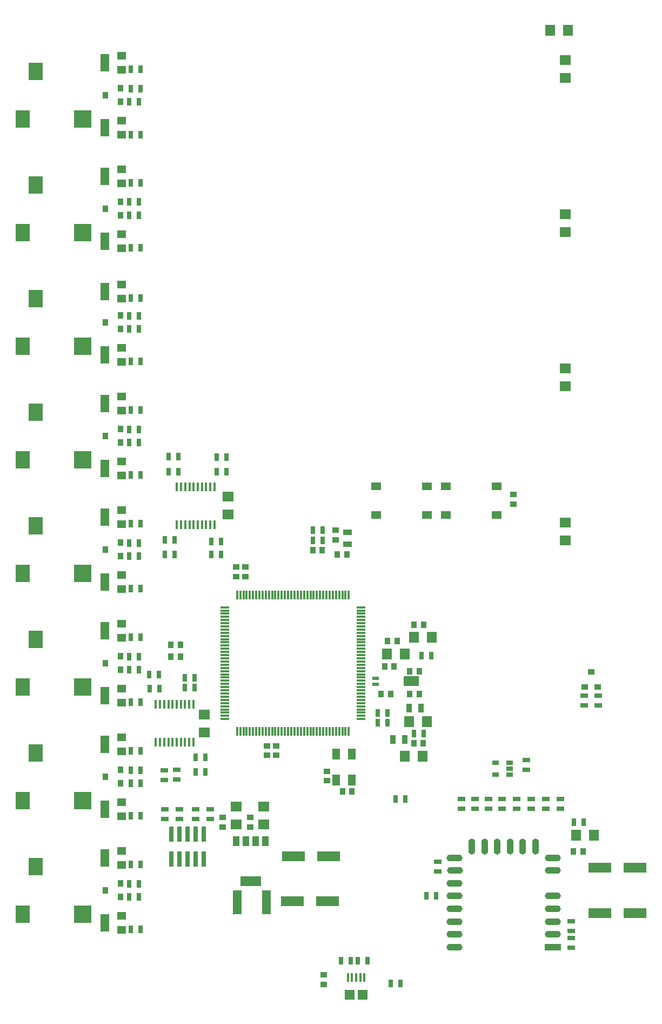
<source format=gtp>
G04 #@! TF.GenerationSoftware,KiCad,Pcbnew,(5.0.1)-4*
G04 #@! TF.CreationDate,2019-01-15T19:26:54-05:00*
G04 #@! TF.ProjectId,CA6,4341362E6B696361645F706362000000,rev?*
G04 #@! TF.SameCoordinates,Original*
G04 #@! TF.FileFunction,Paste,Top*
G04 #@! TF.FilePolarity,Positive*
%FSLAX46Y46*%
G04 Gerber Fmt 4.6, Leading zero omitted, Abs format (unit mm)*
G04 Created by KiCad (PCBNEW (5.0.1)-4) date 1/15/2019 7:26:54 PM*
%MOMM*%
%LPD*%
G01*
G04 APERTURE LIST*
%ADD10R,1.550000X1.300000*%
%ADD11R,0.635000X1.143000*%
%ADD12R,2.500000X1.100000*%
%ADD13O,2.500000X1.100000*%
%ADD14O,1.100000X2.500000*%
%ADD15R,1.060000X0.650000*%
%ADD16R,0.300000X1.450000*%
%ADD17R,1.450000X0.300000*%
%ADD18R,2.400000X1.500000*%
%ADD19R,1.100000X0.600000*%
%ADD20R,1.193800X1.803400*%
%ADD21R,3.300000X1.500000*%
%ADD22R,1.000000X1.500000*%
%ADD23R,1.143000X0.635000*%
%ADD24R,1.400000X1.200000*%
%ADD25R,1.400000X2.800000*%
%ADD26R,0.760000X2.400000*%
%ADD27R,1.500000X1.550000*%
%ADD28R,0.400000X1.350000*%
%ADD29R,0.889000X1.397000*%
%ADD30R,1.397000X0.889000*%
%ADD31R,1.397000X3.810000*%
%ADD32R,1.000000X0.900000*%
%ADD33R,2.209800X2.794000*%
%ADD34R,2.794000X2.794000*%
%ADD35R,1.600200X1.803400*%
%ADD36R,0.899200X1.000800*%
%ADD37R,1.000800X0.899200*%
%ADD38R,1.803400X1.600200*%
%ADD39R,3.599200X1.600200*%
%ADD40R,0.450000X1.450000*%
%ADD41R,0.900000X1.000000*%
G04 APERTURE END LIST*
D10*
G04 #@! TO.C,SW3*
X94064000Y-111470000D03*
X94064000Y-106970000D03*
X102024000Y-106970000D03*
X102024000Y-111470000D03*
G04 #@! TD*
D11*
G04 #@! TO.C,R26*
X83400900Y-142417800D03*
X84924900Y-142417800D03*
G04 #@! TD*
G04 #@! TO.C,R27*
X83413600Y-143979900D03*
X84937600Y-143979900D03*
G04 #@! TD*
D12*
G04 #@! TO.C,U4*
X110809000Y-179070000D03*
D13*
X110809000Y-177070000D03*
X110809000Y-175070000D03*
X110809000Y-173070000D03*
X110809000Y-171070000D03*
X110809000Y-167070000D03*
X110809000Y-165070000D03*
X95409000Y-165070000D03*
X95509000Y-167070000D03*
X95409000Y-169070000D03*
X95409000Y-171070000D03*
X95409000Y-173070000D03*
X95409000Y-175070000D03*
X95409000Y-177070000D03*
X95409000Y-179070000D03*
D14*
X108119000Y-163370000D03*
X106119000Y-163370000D03*
X104119000Y-163370000D03*
X102119000Y-163370000D03*
X100119000Y-163370000D03*
X98119000Y-163370000D03*
G04 #@! TD*
D15*
G04 #@! TO.C,U3*
X104060000Y-152070000D03*
X104060000Y-151120000D03*
X104060000Y-150170000D03*
X101860000Y-150170000D03*
X101860000Y-152070000D03*
G04 #@! TD*
D16*
G04 #@! TO.C,U16*
X61353700Y-145320000D03*
X61861700Y-145320000D03*
X62357000Y-145320000D03*
X62852300Y-145320000D03*
X63360300Y-145320000D03*
X63855600Y-145320000D03*
X64350900Y-145320000D03*
X64858900Y-145320000D03*
X65354200Y-145320000D03*
X65849500Y-145320000D03*
X66357500Y-145320000D03*
X66852800Y-145320000D03*
X67348100Y-145320000D03*
X67856100Y-145320000D03*
X68351400Y-145320000D03*
X68846700Y-145320000D03*
X69354700Y-145320000D03*
X69850000Y-145320000D03*
X70358000Y-145320000D03*
X70853300Y-145320000D03*
X71361300Y-145320000D03*
X71856600Y-145320000D03*
X72351900Y-145320000D03*
X72859900Y-145320000D03*
X73355200Y-145320000D03*
X73850500Y-145320000D03*
X74358500Y-145320000D03*
X74853800Y-145320000D03*
X75349100Y-145320000D03*
X75857100Y-145320000D03*
X76352400Y-145320000D03*
X76847700Y-145320000D03*
X77355700Y-145320000D03*
X77851000Y-145320000D03*
X78346300Y-145320000D03*
X78854300Y-145320000D03*
D17*
X80804000Y-128866900D03*
X80804000Y-128371600D03*
X80804000Y-127876300D03*
X80804000Y-127368300D03*
X80804000Y-126873000D03*
X80804000Y-126377700D03*
X80804000Y-125869700D03*
X59404000Y-128371600D03*
X59404000Y-128866900D03*
X59404000Y-129374900D03*
X59404000Y-129870200D03*
X59404000Y-130365500D03*
X59404000Y-130873500D03*
X59404000Y-131368800D03*
X59404000Y-131864100D03*
X59404000Y-132372100D03*
X59404000Y-132867400D03*
X59404000Y-133362700D03*
X59404000Y-133870700D03*
X59404000Y-134366000D03*
X59404000Y-134874000D03*
X59404000Y-135369300D03*
X59404000Y-135877300D03*
X59404000Y-136372600D03*
X59404000Y-136867900D03*
X59404000Y-137375900D03*
X59404000Y-137871200D03*
X59404000Y-138366500D03*
X59404000Y-138874500D03*
X59404000Y-139369800D03*
X59404000Y-139865100D03*
X59404000Y-140373100D03*
X59404000Y-140868400D03*
X59404000Y-141363700D03*
X59404000Y-141871700D03*
X59404000Y-142367000D03*
X59404000Y-142862300D03*
X59404000Y-143370300D03*
X80804000Y-143370300D03*
X80804000Y-142862300D03*
X80804000Y-142367000D03*
X80804000Y-141871700D03*
X80804000Y-141363700D03*
X80804000Y-140868400D03*
X80804000Y-140373100D03*
X80804000Y-139865100D03*
X80804000Y-139369800D03*
X80804000Y-138874500D03*
X80804000Y-138366500D03*
X80804000Y-137871200D03*
X80804000Y-137375900D03*
X80804000Y-136867900D03*
X80804000Y-136372600D03*
X80804000Y-135877300D03*
X80804000Y-135369300D03*
X80804000Y-134874000D03*
X80804000Y-134366000D03*
X80804000Y-133870700D03*
X80804000Y-133362700D03*
X80804000Y-132867400D03*
X80804000Y-132372100D03*
X80804000Y-131864100D03*
X80804000Y-131368800D03*
X80804000Y-130873500D03*
X80804000Y-130365500D03*
X80804000Y-129870200D03*
X80804000Y-129374900D03*
D16*
X76352400Y-123920000D03*
X75857100Y-123920000D03*
X75349100Y-123920000D03*
X74853800Y-123920000D03*
X74358500Y-123920000D03*
X73850500Y-123920000D03*
X73355200Y-123920000D03*
X72859900Y-123920000D03*
X72351900Y-123920000D03*
X71856600Y-123920000D03*
X71361300Y-123920000D03*
X70853300Y-123920000D03*
X70358000Y-123920000D03*
X69850000Y-123920000D03*
X69354700Y-123920000D03*
X68846700Y-123920000D03*
X68351400Y-123920000D03*
X67856100Y-123920000D03*
X67348100Y-123920000D03*
X66852800Y-123920000D03*
X66357500Y-123920000D03*
X65849500Y-123920000D03*
X65354200Y-123920000D03*
X64858900Y-123920000D03*
X64350900Y-123920000D03*
X63855600Y-123920000D03*
X63360300Y-123920000D03*
X62852300Y-123920000D03*
X62357000Y-123920000D03*
X61861700Y-123920000D03*
X61353700Y-123920000D03*
X78854300Y-123920000D03*
X78346300Y-123920000D03*
X77851000Y-123920000D03*
X77355700Y-123920000D03*
X76847700Y-123920000D03*
D17*
X59404000Y-125869700D03*
X59404000Y-126377700D03*
X59404000Y-126873000D03*
X59404000Y-127368300D03*
X59404000Y-127876300D03*
G04 #@! TD*
D11*
G04 #@! TO.C,VR2*
X79121000Y-181229000D03*
X77597000Y-181229000D03*
G04 #@! TD*
G04 #@! TO.C,VR1*
X80264000Y-181229000D03*
X81788000Y-181229000D03*
G04 #@! TD*
G04 #@! TO.C,R8*
X54864000Y-151638000D03*
X56388000Y-151638000D03*
G04 #@! TD*
G04 #@! TO.C,R7*
X53208000Y-136920000D03*
X54732000Y-136920000D03*
G04 #@! TD*
G04 #@! TO.C,R6*
X57338000Y-117580000D03*
X58862000Y-117580000D03*
G04 #@! TD*
G04 #@! TO.C,R5*
X58166000Y-102362000D03*
X59690000Y-102362000D03*
G04 #@! TD*
G04 #@! TO.C,R4*
X54864000Y-149352000D03*
X56388000Y-149352000D03*
G04 #@! TD*
G04 #@! TO.C,R3*
X53208000Y-138480000D03*
X54732000Y-138480000D03*
G04 #@! TD*
G04 #@! TO.C,R2*
X57328000Y-115570000D03*
X58852000Y-115570000D03*
G04 #@! TD*
G04 #@! TO.C,R1*
X58166000Y-104648000D03*
X59690000Y-104648000D03*
G04 #@! TD*
D18*
G04 #@! TO.C,X8*
X88610000Y-137450000D03*
D19*
X83060000Y-137900000D03*
X83060000Y-137000000D03*
G04 #@! TD*
D20*
G04 #@! TO.C,X7*
X76911200Y-148844000D03*
X76911200Y-152908000D03*
X79298800Y-152908000D03*
X79298800Y-148844000D03*
G04 #@! TD*
D11*
G04 #@! TO.C,VR3*
X85407500Y-184746900D03*
X86931500Y-184746900D03*
G04 #@! TD*
D21*
G04 #@! TO.C,U12*
X63500000Y-168758000D03*
D22*
X65750000Y-162458000D03*
X64250000Y-162458000D03*
X62750000Y-162458000D03*
X61250000Y-162458000D03*
G04 #@! TD*
D23*
G04 #@! TO.C,R30*
X115760500Y-141224000D03*
X115760500Y-139700000D03*
G04 #@! TD*
D11*
G04 #@! TO.C,R29*
X74732000Y-113830000D03*
X73208000Y-113830000D03*
G04 #@! TD*
G04 #@! TO.C,R28*
X89027000Y-145669000D03*
X90551000Y-145669000D03*
G04 #@! TD*
G04 #@! TO.C,R25*
X91744800Y-133477000D03*
X90220800Y-133477000D03*
G04 #@! TD*
D23*
G04 #@! TO.C,R22*
X117919500Y-141224000D03*
X117919500Y-139700000D03*
G04 #@! TD*
D11*
G04 #@! TO.C,R21*
X74752000Y-115400000D03*
X73228000Y-115400000D03*
G04 #@! TD*
D23*
G04 #@! TO.C,R20*
X57150000Y-157480000D03*
X57150000Y-159004000D03*
G04 #@! TD*
G04 #@! TO.C,R19*
X54864000Y-157480000D03*
X54864000Y-159004000D03*
G04 #@! TD*
G04 #@! TO.C,R18*
X52324000Y-157480000D03*
X52324000Y-159004000D03*
G04 #@! TD*
G04 #@! TO.C,R17*
X50038000Y-157480000D03*
X50038000Y-159004000D03*
G04 #@! TD*
D24*
G04 #@! TO.C,Q16*
X43240000Y-166200000D03*
X43240000Y-164000000D03*
D25*
X40640000Y-165100000D03*
G04 #@! TD*
D24*
G04 #@! TO.C,Q15*
X43240000Y-148420000D03*
X43240000Y-146220000D03*
D25*
X40640000Y-147320000D03*
G04 #@! TD*
D24*
G04 #@! TO.C,Q14*
X43240000Y-130640000D03*
X43240000Y-128440000D03*
D25*
X40640000Y-129540000D03*
G04 #@! TD*
D24*
G04 #@! TO.C,Q13*
X43240000Y-112860000D03*
X43240000Y-110660000D03*
D25*
X40640000Y-111760000D03*
G04 #@! TD*
D24*
G04 #@! TO.C,Q12*
X43240000Y-95080000D03*
X43240000Y-92880000D03*
D25*
X40640000Y-93980000D03*
G04 #@! TD*
D24*
G04 #@! TO.C,Q11*
X43240000Y-77554000D03*
X43240000Y-75354000D03*
D25*
X40640000Y-76454000D03*
G04 #@! TD*
D24*
G04 #@! TO.C,Q10*
X43240000Y-59520000D03*
X43240000Y-57320000D03*
D25*
X40640000Y-58420000D03*
G04 #@! TD*
D24*
G04 #@! TO.C,Q9*
X43240000Y-41740000D03*
X43240000Y-39540000D03*
D25*
X40640000Y-40640000D03*
G04 #@! TD*
D24*
G04 #@! TO.C,Q8*
X43240000Y-176360000D03*
X43240000Y-174160000D03*
D25*
X40640000Y-175260000D03*
G04 #@! TD*
D24*
G04 #@! TO.C,Q7*
X43240000Y-158580000D03*
X43240000Y-156380000D03*
D25*
X40640000Y-157480000D03*
G04 #@! TD*
D24*
G04 #@! TO.C,Q6*
X43240000Y-140800000D03*
X43240000Y-138600000D03*
D25*
X40640000Y-139700000D03*
G04 #@! TD*
D24*
G04 #@! TO.C,Q5*
X43240000Y-123020000D03*
X43240000Y-120820000D03*
D25*
X40640000Y-121920000D03*
G04 #@! TD*
D24*
G04 #@! TO.C,Q4*
X43240000Y-105240000D03*
X43240000Y-103040000D03*
D25*
X40640000Y-104140000D03*
G04 #@! TD*
D24*
G04 #@! TO.C,Q3*
X43240000Y-87460000D03*
X43240000Y-85260000D03*
D25*
X40640000Y-86360000D03*
G04 #@! TD*
D24*
G04 #@! TO.C,Q2*
X43240000Y-69680000D03*
X43240000Y-67480000D03*
D25*
X40640000Y-68580000D03*
G04 #@! TD*
D24*
G04 #@! TO.C,Q1*
X43240000Y-51900000D03*
X43240000Y-49700000D03*
D25*
X40640000Y-50800000D03*
G04 #@! TD*
D26*
G04 #@! TO.C,P1*
X51054000Y-165272000D03*
X51054000Y-161372000D03*
X52324000Y-165272000D03*
X52324000Y-161372000D03*
X53594000Y-165272000D03*
X53594000Y-161372000D03*
X54864000Y-165272000D03*
X54864000Y-161372000D03*
X56134000Y-165272000D03*
X56134000Y-161372000D03*
G04 #@! TD*
D27*
G04 #@! TO.C,J1*
X81010000Y-186510000D03*
X79010000Y-186510000D03*
D28*
X79360000Y-183835000D03*
X78710000Y-183835000D03*
X80010000Y-183835000D03*
X80660000Y-183835000D03*
X81310000Y-183835000D03*
G04 #@! TD*
D29*
G04 #@! TO.C,FB3*
X88265000Y-141668500D03*
X90170000Y-141668500D03*
G04 #@! TD*
G04 #@! TO.C,FB2*
X87655400Y-146608800D03*
X85750400Y-146608800D03*
G04 #@! TD*
D30*
G04 #@! TO.C,FB1*
X78650000Y-116032500D03*
X78650000Y-114127500D03*
G04 #@! TD*
D31*
G04 #@! TO.C,F1*
X65916000Y-172020000D03*
X61344000Y-172020000D03*
G04 #@! TD*
D32*
G04 #@! TO.C,D1*
X115790000Y-138360000D03*
X117890000Y-138360000D03*
X116840000Y-135960000D03*
G04 #@! TD*
D33*
G04 #@! TO.C,CAM7*
X29794200Y-166471600D03*
D34*
X37185600Y-173888400D03*
D33*
X27787600Y-173888400D03*
G04 #@! TD*
G04 #@! TO.C,CAM6*
X29794200Y-148691600D03*
D34*
X37185600Y-156108400D03*
D33*
X27787600Y-156108400D03*
G04 #@! TD*
G04 #@! TO.C,CAM5*
X29794200Y-130911600D03*
D34*
X37185600Y-138328400D03*
D33*
X27787600Y-138328400D03*
G04 #@! TD*
G04 #@! TO.C,CAM4*
X29794200Y-113131600D03*
D34*
X37185600Y-120548400D03*
D33*
X27787600Y-120548400D03*
G04 #@! TD*
G04 #@! TO.C,CAM3*
X29794200Y-95351600D03*
D34*
X37185600Y-102768400D03*
D33*
X27787600Y-102768400D03*
G04 #@! TD*
G04 #@! TO.C,CAM2*
X29794200Y-77571600D03*
D34*
X37185600Y-84988400D03*
D33*
X27787600Y-84988400D03*
G04 #@! TD*
G04 #@! TO.C,CAM1*
X29794200Y-59791600D03*
D34*
X37185600Y-67208400D03*
D33*
X27787600Y-67208400D03*
G04 #@! TD*
G04 #@! TO.C,CAM0*
X29794200Y-42011600D03*
D34*
X37185600Y-49428400D03*
D33*
X27787600Y-49428400D03*
G04 #@! TD*
D35*
G04 #@! TO.C,C42*
X88265000Y-143764000D03*
X91059000Y-143764000D03*
G04 #@! TD*
D36*
G04 #@! TO.C,C41*
X85391800Y-139480000D03*
X83888200Y-139480000D03*
G04 #@! TD*
G04 #@! TO.C,C40*
X86401800Y-131190000D03*
X84898200Y-131190000D03*
G04 #@! TD*
D37*
G04 #@! TO.C,C39*
X62670000Y-121091800D03*
X62670000Y-119588200D03*
G04 #@! TD*
D36*
G04 #@! TO.C,C38*
X52501800Y-131723000D03*
X50998200Y-131723000D03*
G04 #@! TD*
D38*
G04 #@! TO.C,C37*
X112776000Y-91313000D03*
X112776000Y-88519000D03*
G04 #@! TD*
D35*
G04 #@! TO.C,C33*
X113157000Y-35560000D03*
X110363000Y-35560000D03*
G04 #@! TD*
D38*
G04 #@! TO.C,C32*
X112776000Y-67183000D03*
X112776000Y-64389000D03*
G04 #@! TD*
G04 #@! TO.C,C31*
X112776000Y-115443000D03*
X112776000Y-112649000D03*
G04 #@! TD*
G04 #@! TO.C,C30*
X112776000Y-43053000D03*
X112776000Y-40259000D03*
G04 #@! TD*
D37*
G04 #@! TO.C,C29*
X104648000Y-108204000D03*
X104648000Y-109707600D03*
G04 #@! TD*
D35*
G04 #@! TO.C,C28*
X87655400Y-149225000D03*
X90449400Y-149225000D03*
G04 #@! TD*
D36*
G04 #@! TO.C,C25*
X89905800Y-139446000D03*
X88402200Y-139446000D03*
G04 #@! TD*
G04 #@! TO.C,C24*
X89905800Y-135890000D03*
X88402200Y-135890000D03*
G04 #@! TD*
D37*
G04 #@! TO.C,C22*
X66030000Y-149051800D03*
X66030000Y-147548200D03*
G04 #@! TD*
D36*
G04 #@! TO.C,C21*
X84465200Y-135128000D03*
X85968800Y-135128000D03*
G04 #@! TD*
G04 #@! TO.C,C20*
X89037200Y-147193000D03*
X90540800Y-147193000D03*
G04 #@! TD*
G04 #@! TO.C,C19*
X90611800Y-128650000D03*
X89108200Y-128650000D03*
G04 #@! TD*
G04 #@! TO.C,C17*
X79364800Y-154686000D03*
X77861200Y-154686000D03*
G04 #@! TD*
G04 #@! TO.C,C15*
X78551800Y-117570000D03*
X77048200Y-117570000D03*
G04 #@! TD*
D37*
G04 #@! TO.C,C14*
X75438000Y-151521200D03*
X75438000Y-153024800D03*
G04 #@! TD*
G04 #@! TO.C,C13*
X76760000Y-113808200D03*
X76760000Y-115311800D03*
G04 #@! TD*
D36*
G04 #@! TO.C,C12*
X73208200Y-116920000D03*
X74711800Y-116920000D03*
G04 #@! TD*
D37*
G04 #@! TO.C,C11*
X67490000Y-147548200D03*
X67490000Y-149051800D03*
G04 #@! TD*
D38*
G04 #@! TO.C,C9*
X61214000Y-159893000D03*
X61214000Y-157099000D03*
G04 #@! TD*
D37*
G04 #@! TO.C,C8*
X61200000Y-119578200D03*
X61200000Y-121081800D03*
G04 #@! TD*
D39*
G04 #@! TO.C,C7*
X70059200Y-171870000D03*
X75560800Y-171870000D03*
G04 #@! TD*
G04 #@! TO.C,C6*
X70147200Y-164846000D03*
X75648800Y-164846000D03*
G04 #@! TD*
D38*
G04 #@! TO.C,C5*
X65532000Y-159893000D03*
X65532000Y-157099000D03*
G04 #@! TD*
D37*
G04 #@! TO.C,C4*
X74930000Y-183398200D03*
X74930000Y-184901800D03*
G04 #@! TD*
D36*
G04 #@! TO.C,C3*
X52501800Y-133628000D03*
X50998200Y-133628000D03*
G04 #@! TD*
D35*
G04 #@! TO.C,C2*
X91821000Y-130556000D03*
X89027000Y-130556000D03*
G04 #@! TD*
G04 #@! TO.C,C1*
X87617300Y-133147000D03*
X84823300Y-133147000D03*
G04 #@! TD*
D38*
G04 #@! TO.C,C16*
X59944000Y-111379000D03*
X59944000Y-108585000D03*
G04 #@! TD*
G04 #@! TO.C,C18*
X56240000Y-145457000D03*
X56240000Y-142663000D03*
G04 #@! TD*
D11*
G04 #@! TO.C,R9*
X52132000Y-102310000D03*
X50608000Y-102310000D03*
G04 #@! TD*
G04 #@! TO.C,R10*
X51562000Y-117602000D03*
X50038000Y-117602000D03*
G04 #@! TD*
G04 #@! TO.C,R11*
X49142000Y-136370000D03*
X47618000Y-136370000D03*
G04 #@! TD*
D23*
G04 #@! TO.C,R12*
X51940000Y-151348000D03*
X51940000Y-152872000D03*
G04 #@! TD*
D11*
G04 #@! TO.C,R13*
X52122000Y-104650000D03*
X50598000Y-104650000D03*
G04 #@! TD*
G04 #@! TO.C,R14*
X51562000Y-115316000D03*
X50038000Y-115316000D03*
G04 #@! TD*
G04 #@! TO.C,R15*
X49182000Y-138640000D03*
X47658000Y-138640000D03*
G04 #@! TD*
D23*
G04 #@! TO.C,R16*
X49980000Y-151368000D03*
X49980000Y-152892000D03*
G04 #@! TD*
D11*
G04 #@! TO.C,R23*
X44450000Y-46736000D03*
X45974000Y-46736000D03*
G04 #@! TD*
G04 #@! TO.C,R24*
X44718000Y-44700000D03*
X46242000Y-44700000D03*
G04 #@! TD*
G04 #@! TO.C,R31*
X44728000Y-51900000D03*
X46252000Y-51900000D03*
G04 #@! TD*
G04 #@! TO.C,R32*
X44704000Y-41656000D03*
X46228000Y-41656000D03*
G04 #@! TD*
G04 #@! TO.C,R33*
X44448000Y-64530000D03*
X45972000Y-64530000D03*
G04 #@! TD*
G04 #@! TO.C,R34*
X44438000Y-62440000D03*
X45962000Y-62440000D03*
G04 #@! TD*
G04 #@! TO.C,R35*
X44704000Y-69596000D03*
X46228000Y-69596000D03*
G04 #@! TD*
G04 #@! TO.C,R36*
X44704000Y-59436000D03*
X46228000Y-59436000D03*
G04 #@! TD*
G04 #@! TO.C,R37*
X44450000Y-82296000D03*
X45974000Y-82296000D03*
G04 #@! TD*
G04 #@! TO.C,R38*
X44450000Y-80264000D03*
X45974000Y-80264000D03*
G04 #@! TD*
G04 #@! TO.C,R39*
X44704000Y-87376000D03*
X46228000Y-87376000D03*
G04 #@! TD*
G04 #@! TO.C,R40*
X44704000Y-77470000D03*
X46228000Y-77470000D03*
G04 #@! TD*
G04 #@! TO.C,R41*
X44450000Y-100076000D03*
X45974000Y-100076000D03*
G04 #@! TD*
G04 #@! TO.C,R42*
X44450000Y-98044000D03*
X45974000Y-98044000D03*
G04 #@! TD*
G04 #@! TO.C,R43*
X44704000Y-105156000D03*
X46228000Y-105156000D03*
G04 #@! TD*
G04 #@! TO.C,R44*
X44704000Y-94996000D03*
X46228000Y-94996000D03*
G04 #@! TD*
G04 #@! TO.C,R45*
X44450000Y-117856000D03*
X45974000Y-117856000D03*
G04 #@! TD*
G04 #@! TO.C,R46*
X44450000Y-115824000D03*
X45974000Y-115824000D03*
G04 #@! TD*
G04 #@! TO.C,R47*
X44704000Y-122936000D03*
X46228000Y-122936000D03*
G04 #@! TD*
G04 #@! TO.C,R48*
X44704000Y-112776000D03*
X46228000Y-112776000D03*
G04 #@! TD*
G04 #@! TO.C,R49*
X44450000Y-135636000D03*
X45974000Y-135636000D03*
G04 #@! TD*
G04 #@! TO.C,R50*
X44450000Y-133604000D03*
X45974000Y-133604000D03*
G04 #@! TD*
G04 #@! TO.C,R51*
X44704000Y-140716000D03*
X46228000Y-140716000D03*
G04 #@! TD*
G04 #@! TO.C,R52*
X44704000Y-130556000D03*
X46228000Y-130556000D03*
G04 #@! TD*
G04 #@! TO.C,R53*
X44704000Y-153416000D03*
X46228000Y-153416000D03*
G04 #@! TD*
G04 #@! TO.C,R54*
X44704000Y-151384000D03*
X46228000Y-151384000D03*
G04 #@! TD*
G04 #@! TO.C,R55*
X44704000Y-158496000D03*
X46228000Y-158496000D03*
G04 #@! TD*
G04 #@! TO.C,R56*
X44704000Y-148336000D03*
X46228000Y-148336000D03*
G04 #@! TD*
G04 #@! TO.C,R57*
X44450000Y-171196000D03*
X45974000Y-171196000D03*
G04 #@! TD*
G04 #@! TO.C,R58*
X44450000Y-169164000D03*
X45974000Y-169164000D03*
G04 #@! TD*
G04 #@! TO.C,R59*
X44704000Y-176276000D03*
X46228000Y-176276000D03*
G04 #@! TD*
G04 #@! TO.C,R60*
X44704000Y-166116000D03*
X46228000Y-166116000D03*
G04 #@! TD*
D40*
G04 #@! TO.C,U1*
X57789000Y-107032000D03*
X57139000Y-107032000D03*
X56489000Y-107032000D03*
X55839000Y-107032000D03*
X55189000Y-107032000D03*
X54539000Y-107032000D03*
X53889000Y-107032000D03*
X53239000Y-107032000D03*
X52589000Y-107032000D03*
X51939000Y-107032000D03*
X51939000Y-112932000D03*
X52589000Y-112932000D03*
X53239000Y-112932000D03*
X53889000Y-112932000D03*
X54539000Y-112932000D03*
X55189000Y-112932000D03*
X55839000Y-112932000D03*
X56489000Y-112932000D03*
X57139000Y-112932000D03*
X57789000Y-112932000D03*
G04 #@! TD*
G04 #@! TO.C,U2*
X54487000Y-141068000D03*
X53837000Y-141068000D03*
X53187000Y-141068000D03*
X52537000Y-141068000D03*
X51887000Y-141068000D03*
X51237000Y-141068000D03*
X50587000Y-141068000D03*
X49937000Y-141068000D03*
X49287000Y-141068000D03*
X48637000Y-141068000D03*
X48637000Y-146968000D03*
X49287000Y-146968000D03*
X49937000Y-146968000D03*
X50587000Y-146968000D03*
X51237000Y-146968000D03*
X51887000Y-146968000D03*
X52537000Y-146968000D03*
X53187000Y-146968000D03*
X53837000Y-146968000D03*
X54487000Y-146968000D03*
G04 #@! TD*
D41*
G04 #@! TO.C,D2*
X43110000Y-46770000D03*
X43110000Y-44670000D03*
X40710000Y-45720000D03*
G04 #@! TD*
G04 #@! TO.C,D3*
X43110000Y-64550000D03*
X43110000Y-62450000D03*
X40710000Y-63500000D03*
G04 #@! TD*
G04 #@! TO.C,D4*
X43110000Y-82330000D03*
X43110000Y-80230000D03*
X40710000Y-81280000D03*
G04 #@! TD*
G04 #@! TO.C,D5*
X43110000Y-100110000D03*
X43110000Y-98010000D03*
X40710000Y-99060000D03*
G04 #@! TD*
G04 #@! TO.C,D6*
X43110000Y-117890000D03*
X43110000Y-115790000D03*
X40710000Y-116840000D03*
G04 #@! TD*
G04 #@! TO.C,D7*
X43110000Y-135670000D03*
X43110000Y-133570000D03*
X40710000Y-134620000D03*
G04 #@! TD*
G04 #@! TO.C,D8*
X43110000Y-153450000D03*
X43110000Y-151350000D03*
X40710000Y-152400000D03*
G04 #@! TD*
G04 #@! TO.C,D9*
X43110000Y-171230000D03*
X43110000Y-169130000D03*
X40710000Y-170180000D03*
G04 #@! TD*
D39*
G04 #@! TO.C,C26*
X118153200Y-173736000D03*
X123654800Y-173736000D03*
G04 #@! TD*
D35*
G04 #@! TO.C,C27*
X114427000Y-161544000D03*
X117221000Y-161544000D03*
G04 #@! TD*
D11*
G04 #@! TO.C,R61*
X114098000Y-159480000D03*
X115622000Y-159480000D03*
G04 #@! TD*
G04 #@! TO.C,R62*
X90998000Y-171060000D03*
X92522000Y-171060000D03*
G04 #@! TD*
D23*
G04 #@! TO.C,R63*
X92780000Y-165718000D03*
X92780000Y-167242000D03*
G04 #@! TD*
G04 #@! TO.C,R64*
X113690000Y-175018000D03*
X113690000Y-176542000D03*
G04 #@! TD*
G04 #@! TO.C,R65*
X113690000Y-179132000D03*
X113690000Y-177608000D03*
G04 #@! TD*
D39*
G04 #@! TO.C,C23*
X118153200Y-166624000D03*
X123654800Y-166624000D03*
G04 #@! TD*
D37*
G04 #@! TO.C,C10*
X59055000Y-160263800D03*
X59055000Y-158760200D03*
G04 #@! TD*
G04 #@! TO.C,C34*
X63373000Y-160263800D03*
X63373000Y-158760200D03*
G04 #@! TD*
D36*
G04 #@! TO.C,C35*
X115559800Y-164084000D03*
X114056200Y-164084000D03*
G04 #@! TD*
D23*
G04 #@! TO.C,R66*
X106640000Y-149788000D03*
X106640000Y-151312000D03*
G04 #@! TD*
D10*
G04 #@! TO.C,SW1*
X83142000Y-111470000D03*
X83142000Y-106970000D03*
X91102000Y-106970000D03*
X91102000Y-111470000D03*
G04 #@! TD*
D11*
G04 #@! TO.C,JP6*
X86208000Y-155900000D03*
X87732000Y-155900000D03*
G04 #@! TD*
D23*
G04 #@! TO.C,JP7*
X96560000Y-157362000D03*
X96560000Y-155838000D03*
G04 #@! TD*
G04 #@! TO.C,JP2*
X98650000Y-155838000D03*
X98650000Y-157362000D03*
G04 #@! TD*
G04 #@! TO.C,JP8*
X100720000Y-157362000D03*
X100720000Y-155838000D03*
G04 #@! TD*
G04 #@! TO.C,JP9*
X105156000Y-157362000D03*
X105156000Y-155838000D03*
G04 #@! TD*
G04 #@! TO.C,JP3*
X102870000Y-155838000D03*
X102870000Y-157362000D03*
G04 #@! TD*
G04 #@! TO.C,JP4*
X107442000Y-157362000D03*
X107442000Y-155838000D03*
G04 #@! TD*
G04 #@! TO.C,JP10*
X109728000Y-157362000D03*
X109728000Y-155838000D03*
G04 #@! TD*
G04 #@! TO.C,JP5*
X112014000Y-155838000D03*
X112014000Y-157362000D03*
G04 #@! TD*
M02*

</source>
